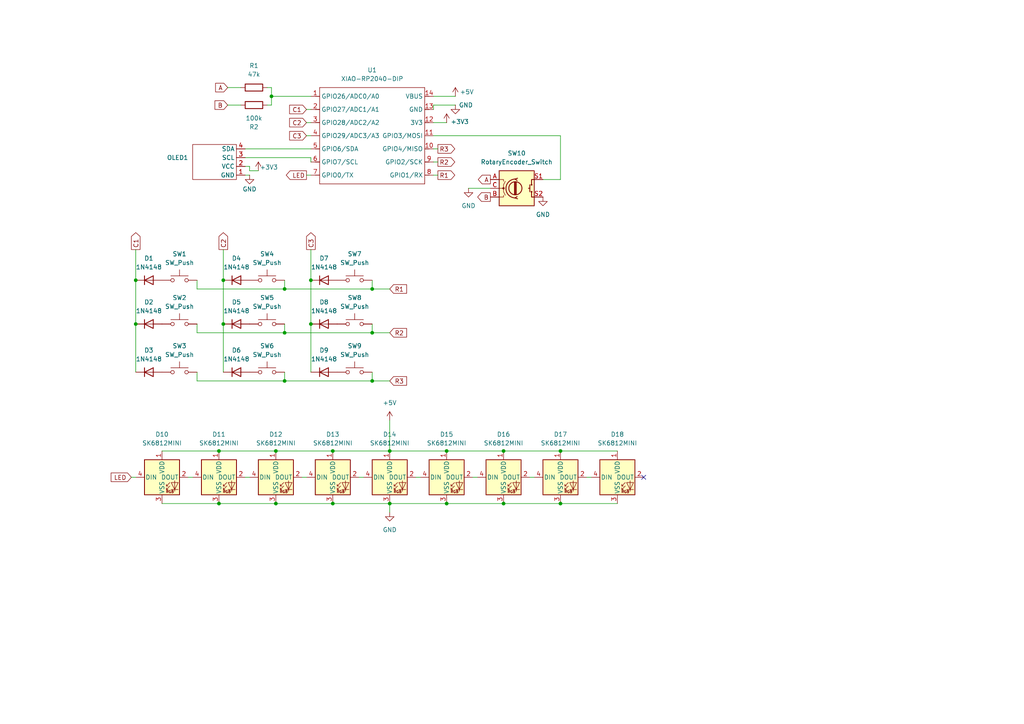
<source format=kicad_sch>
(kicad_sch (version 20250114) (generator "eeschema") (generator_version "9.0")
  (paper "A4")
  (lib_symbols
    (symbol "CustomLib:_1"
      (property "Reference" "OLED" (at 3.81 0 0))
      (symbol "_1_0_1"
        (rectangle (start -3.81 5.08) (end 8.89 -5.08))
      )
      (symbol "_1_1_1"
        (pin bidirectional line (at -6.35 3.81 0) (length 2.54) (name "SDA") (number "4"))
        (pin input line (at -6.35 1.27 0) (length 2.54) (name "SCL") (number "3"))
        (pin power_in line (at -6.35 -1.27 0) (length 2.54) (name "VCC") (number "2"))
        (pin power_in line (at -6.35 -3.81 0) (length 2.54) (name "GND") (number "1"))
      )
    )
    (symbol "Device:R" (pin_numbers (hide yes)) (pin_names (offset 0))
      (property "Reference" "R" (at 2.032 0 90))
      (property "Value" "R" (at 0 0 90))
      (symbol "R_0_1"
        (rectangle (start -1.016 -2.54) (end 1.016 2.54) (stroke (width 0.254)))
      )
      (symbol "R_1_1"
        (pin passive line (at 0 3.81 270) (length 1.27) (name "~") (number "1"))
        (pin passive line (at 0 -3.81 90) (length 1.27) (name "~") (number "2"))
      )
    )
    (symbol "Device:RotaryEncoder_Switch" (pin_names (offset 0.254) (hide yes))
      (property "Reference" "SW" (at 0 6.604 0))
      (property "Value" "RotaryEncoder_Switch" (at 0 -6.604 0))
      (symbol "RotaryEncoder_Switch_0_1"
        (rectangle (start -5.08 5.08) (end 5.08 -5.08) (stroke (width 0.254)) (fill (type background)))
        (polyline (pts (xy -5.08 2.54) (xy -3.81 2.54) (xy -3.81 2.032)))
        (polyline (pts (xy -5.08 0) (xy -3.81 0) (xy -3.81 -1.016) (xy -3.302 -2.032)))
        (polyline (pts (xy -5.08 -2.54) (xy -3.81 -2.54) (xy -3.81 -2.032)))
        (polyline (pts (xy -4.318 0) (xy -3.81 0) (xy -3.81 1.016) (xy -3.302 2.032)))
        (circle (center -3.81 0) (radius 0.254) (fill (type outline)))
        (polyline (pts (xy -0.635 -1.778) (xy -0.635 1.778)) (stroke (width 0.254)))
        (circle (center -0.381 0) (radius 1.905) (stroke (width 0.254)))
        (polyline (pts (xy -0.381 -1.778) (xy -0.381 1.778)) (stroke (width 0.254)))
        (arc (start -0.381 -2.794) (mid -3.0988 -0.0635) (end -0.381 2.667) (stroke (width 0.254)))
        (polyline (pts (xy -0.127 1.778) (xy -0.127 -1.778)) (stroke (width 0.254)))
        (polyline (pts (xy 0.254 2.921) (xy -0.508 2.667) (xy 0.127 2.286)) (stroke (width 0.254)))
        (polyline (pts (xy 0.254 -3.048) (xy -0.508 -2.794) (xy 0.127 -2.413)) (stroke (width 0.254)))
        (polyline (pts (xy 3.81 1.016) (xy 3.81 -1.016)) (stroke (width 0.254)))
        (polyline (pts (xy 3.81 0) (xy 3.429 0)) (stroke (width 0.254)))
        (circle (center 4.318 1.016) (radius 0.127) (stroke (width 0.254)))
        (circle (center 4.318 -1.016) (radius 0.127) (stroke (width 0.254)))
        (polyline (pts (xy 5.08 2.54) (xy 4.318 2.54) (xy 4.318 1.016)) (stroke (width 0.254)))
        (polyline (pts (xy 5.08 -2.54) (xy 4.318 -2.54) (xy 4.318 -1.016)) (stroke (width 0.254)))
      )
      (symbol "RotaryEncoder_Switch_1_1"
        (pin passive line (at -7.62 2.54 0) (length 2.54) (name "A") (number "A"))
        (pin passive line (at -7.62 0 0) (length 2.54) (name "C") (number "C"))
        (pin passive line (at -7.62 -2.54 0) (length 2.54) (name "B") (number "B"))
        (pin passive line (at 7.62 2.54 180) (length 2.54) (name "S1") (number "S1"))
        (pin passive line (at 7.62 -2.54 180) (length 2.54) (name "S2") (number "S2"))
      )
    )
    (symbol "Diode:1N4148" (pin_numbers (hide yes)) (pin_names (hide yes))
      (property "Reference" "D" (at 0 2.54 0))
      (property "Value" "1N4148" (at 0 -2.54 0))
      (symbol "1N4148_0_1"
        (polyline (pts (xy -1.27 1.27) (xy -1.27 -1.27)) (stroke (width 0.254)))
        (polyline (pts (xy 1.27 1.27) (xy 1.27 -1.27) (xy -1.27 0) (xy 1.27 1.27)) (stroke (width 0.254)))
        (polyline (pts (xy 1.27 0) (xy -1.27 0)))
      )
      (symbol "1N4148_1_1"
        (pin passive line (at -3.81 0 0) (length 2.54) (name "K") (number "1"))
        (pin passive line (at 3.81 0 180) (length 2.54) (name "A") (number "2"))
      )
    )
    (symbol "OPL:XIAO-RP2040-DIP"
      (property "Reference" "U" (at 0 0 0))
      (property "Value" "XIAO-RP2040-DIP" (at 5.334 -1.778 0))
      (symbol "XIAO-RP2040-DIP_1_0"
        (polyline (pts (xy -1.27 -2.54) (xy 29.21 -2.54)) (stroke (width 0.1524)))
        (polyline (pts (xy -1.27 -5.08) (xy -2.54 -5.08)) (stroke (width 0.1524)))
        (polyline (pts (xy -1.27 -5.08) (xy -1.27 -2.54)) (stroke (width 0.1524)))
        (polyline (pts (xy -1.27 -8.89) (xy -2.54 -8.89)) (stroke (width 0.1524)))
        (polyline (pts (xy -1.27 -8.89) (xy -1.27 -5.08)) (stroke (width 0.1524)))
        (polyline (pts (xy -1.27 -12.7) (xy -2.54 -12.7)) (stroke (width 0.1524)))
        (polyline (pts (xy -1.27 -12.7) (xy -1.27 -8.89)) (stroke (width 0.1524)))
        (polyline (pts (xy -1.27 -16.51) (xy -2.54 -16.51)) (stroke (width 0.1524)))
        (polyline (pts (xy -1.27 -16.51) (xy -1.27 -12.7)) (stroke (width 0.1524)))
        (polyline (pts (xy -1.27 -20.32) (xy -2.54 -20.32)) (stroke (width 0.1524)))
        (polyline (pts (xy -1.27 -24.13) (xy -2.54 -24.13)) (stroke (width 0.1524)))
        (polyline (pts (xy -1.27 -27.94) (xy -2.54 -27.94)) (stroke (width 0.1524)))
        (polyline (pts (xy -1.27 -30.48) (xy -1.27 -16.51)) (stroke (width 0.1524)))
        (polyline (pts (xy 29.21 -2.54) (xy 29.21 -5.08)) (stroke (width 0.1524)))
        (polyline (pts (xy 29.21 -5.08) (xy 29.21 -8.89)) (stroke (width 0.1524)))
        (polyline (pts (xy 29.21 -8.89) (xy 29.21 -12.7)) (stroke (width 0.1524)))
        (polyline (pts (xy 29.21 -12.7) (xy 29.21 -30.48)) (stroke (width 0.1524)))
        (polyline (pts (xy 29.21 -30.48) (xy -1.27 -30.48)) (stroke (width 0.1524)))
        (polyline (pts (xy 30.48 -5.08) (xy 29.21 -5.08)) (stroke (width 0.1524)))
        (polyline (pts (xy 30.48 -8.89) (xy 29.21 -8.89)) (stroke (width 0.1524)))
        (polyline (pts (xy 30.48 -12.7) (xy 29.21 -12.7)) (stroke (width 0.1524)))
        (polyline (pts (xy 30.48 -16.51) (xy 29.21 -16.51)) (stroke (width 0.1524)))
        (polyline (pts (xy 30.48 -20.32) (xy 29.21 -20.32)) (stroke (width 0.1524)))
        (polyline (pts (xy 30.48 -24.13) (xy 29.21 -24.13)) (stroke (width 0.1524)))
        (polyline (pts (xy 30.48 -27.94) (xy 29.21 -27.94)) (stroke (width 0.1524)))
        (pin passive line (at -3.81 -5.08 0) (length 2.54) (name "GPIO26/ADC0/A0") (number "1"))
        (pin passive line (at -3.81 -8.89 0) (length 2.54) (name "GPIO27/ADC1/A1") (number "2"))
        (pin passive line (at -3.81 -12.7 0) (length 2.54) (name "GPIO28/ADC2/A2") (number "3"))
        (pin passive line (at -3.81 -16.51 0) (length 2.54) (name "GPIO29/ADC3/A3") (number "4"))
        (pin passive line (at -3.81 -20.32 0) (length 2.54) (name "GPIO6/SDA") (number "5"))
        (pin passive line (at -3.81 -24.13 0) (length 2.54) (name "GPIO7/SCL") (number "6"))
        (pin passive line (at -3.81 -27.94 0) (length 2.54) (name "GPIO0/TX") (number "7"))
        (pin passive line (at 31.75 -5.08 180) (length 2.54) (name "VBUS") (number "14"))
        (pin passive line (at 31.75 -8.89 180) (length 2.54) (name "GND") (number "13"))
        (pin passive line (at 31.75 -12.7 180) (length 2.54) (name "3V3") (number "12"))
        (pin passive line (at 31.75 -16.51 180) (length 2.54) (name "GPIO3/MOSI") (number "11"))
        (pin passive line (at 31.75 -20.32 180) (length 2.54) (name "GPIO4/MISO") (number "10"))
        (pin passive line (at 31.75 -24.13 180) (length 2.54) (name "GPIO2/SCK") (number "9"))
        (pin passive line (at 31.75 -27.94 180) (length 2.54) (name "GPIO1/RX") (number "8"))
      )
    )
    (symbol "SK6812MINI_1" (pin_names (offset 0.254))
      (property "Reference" "D10" (at 0 12.446 0))
      (property "Value" "SK6812MINI" (at 0 9.906 0))
      (symbol "SK6812MINI_1_0_0"
        (text "RGB" (at 2.286 -4.191 0) (effects (font (size 0.762 0.762))))
      )
      (symbol "SK6812MINI_1_0_1"
        (polyline (pts (xy 1.27 -2.54) (xy 1.778 -2.54)))
        (polyline (pts (xy 1.27 -3.556) (xy 1.778 -3.556)))
        (polyline (pts (xy 2.286 -1.524) (xy 1.27 -2.54) (xy 1.27 -2.032)))
        (polyline (pts (xy 2.286 -2.54) (xy 1.27 -3.556) (xy 1.27 -3.048)))
        (polyline (pts (xy 3.683 -1.016) (xy 3.683 -3.556) (xy 3.683 -4.064)))
        (polyline (pts (xy 4.699 -1.524) (xy 2.667 -1.524) (xy 3.683 -3.556) (xy 4.699 -1.524)))
        (polyline (pts (xy 4.699 -3.556) (xy 2.667 -3.556)))
        (rectangle (start 5.08 5.08) (end -5.08 -5.08) (stroke (width 0.254)) (fill (type background)))
      )
      (symbol "SK6812MINI_1_1_1"
        (pin input line (at -7.62 0 0) (length 2.54) (name "DIN") (number "4"))
        (pin power_in line (at 0 7.62 270) (length 2.54) (name "VDD") (number "1"))
        (pin power_in line (at 0 -7.62 90) (length 2.54) (name "VSS") (number "3"))
        (pin output line (at 7.62 0 180) (length 2.54) (name "DOUT") (number "2"))
      )
    )
    (symbol "Switch:SW_Push" (pin_numbers (hide yes)) (pin_names (offset 1.016) (hide yes))
      (property "Reference" "SW" (at 1.27 2.54 0))
      (property "Value" "SW_Push" (at 0 -1.524 0))
      (symbol "SW_Push_0_1"
        (circle (center -2.032 0) (radius 0.508))
        (polyline (pts (xy 0 1.27) (xy 0 3.048)))
        (circle (center 2.032 0) (radius 0.508))
        (polyline (pts (xy 2.54 1.27) (xy -2.54 1.27)))
        (pin passive line (at -5.08 0 0) (length 2.54) (name "1") (number "1"))
        (pin passive line (at 5.08 0 180) (length 2.54) (name "2") (number "2"))
      )
    )
    (symbol "power:+3V3" (power) (pin_numbers (hide yes)) (pin_names (offset 0) (hide yes))
      (property "Value" "+3V3" (at 0 3.556 0))
      (symbol "+3V3_0_1"
        (polyline (pts (xy -0.762 1.27) (xy 0 2.54)))
        (polyline (pts (xy 0 2.54) (xy 0.762 1.27)))
        (polyline (pts (xy 0 0) (xy 0 2.54)))
      )
      (symbol "+3V3_1_1"
        (pin power_in line (at 0 0 90) (length 0) (name "~") (number "1"))
      )
    )
    (symbol "power:+5V" (power) (pin_numbers (hide yes)) (pin_names (offset 0) (hide yes))
      (property "Value" "+5V" (at 0 3.556 0))
      (symbol "+5V_0_1"
        (polyline (pts (xy -0.762 1.27) (xy 0 2.54)))
        (polyline (pts (xy 0 2.54) (xy 0.762 1.27)))
        (polyline (pts (xy 0 0) (xy 0 2.54)))
      )
      (symbol "+5V_1_1"
        (pin power_in line (at 0 0 90) (length 0) (name "~") (number "1"))
      )
    )
    (symbol "power:GND" (power) (pin_numbers (hide yes)) (pin_names (offset 0) (hide yes))
      (property "Value" "GND" (at 0 -3.81 0))
      (symbol "GND_0_1"
        (polyline (pts (xy 0 0) (xy 0 -1.27) (xy 1.27 -1.27) (xy 0 -2.54) (xy -1.27 -1.27) (xy 0 -1.27)))
      )
      (symbol "GND_1_1"
        (pin power_in line (at 0 0 270) (length 0) (name "~") (number "1"))
      )
    )
  )
  (junction (at 113.03 146.05))
  (junction (at 90.17 93.98))
  (junction (at 162.56 130.81))
  (junction (at 107.95 110.49))
  (junction (at 146.05 146.05))
  (junction (at 90.17 81.28))
  (junction (at 129.54 130.81))
  (junction (at 39.37 93.98))
  (junction (at 39.37 81.28))
  (junction (at 82.55 96.52))
  (junction (at 82.55 110.49))
  (junction (at 96.52 130.81))
  (junction (at 78.74 27.94))
  (junction (at 63.5 130.81))
  (junction (at 64.77 93.98))
  (junction (at 162.56 146.05))
  (junction (at 113.03 130.81))
  (junction (at 82.55 83.82))
  (junction (at 107.95 96.52))
  (junction (at 96.52 146.05))
  (junction (at 107.95 83.82))
  (junction (at 63.5 146.05))
  (junction (at 80.01 146.05))
  (junction (at 64.77 81.28))
  (junction (at 129.54 146.05))
  (junction (at 80.01 130.81))
  (junction (at 146.05 130.81))
  (no_connect (at 186.69 138.43))
  (wire (pts (xy 125.73 39.37) (xy 162.56 39.37)))
  (wire (pts (xy 71.12 138.43) (xy 72.39 138.43)))
  (wire (pts (xy 88.9 31.75) (xy 90.17 31.75)))
  (wire (pts (xy 113.03 146.05) (xy 113.03 148.59)))
  (wire (pts (xy 64.77 72.39) (xy 64.77 81.28)))
  (wire (pts (xy 46.99 146.05) (xy 63.5 146.05)))
  (wire (pts (xy 38.1 138.43) (xy 39.37 138.43)))
  (wire (pts (xy 104.14 138.43) (xy 105.41 138.43)))
  (wire (pts (xy 107.95 83.82) (xy 82.55 83.82)))
  (wire (pts (xy 39.37 81.28) (xy 39.37 93.98)))
  (wire (pts (xy 90.17 45.72) (xy 90.17 46.99)))
  (wire (pts (xy 162.56 146.05) (xy 179.07 146.05)))
  (wire (pts (xy 72.39 50.8) (xy 71.12 50.8)))
  (wire (pts (xy 72.39 49.53) (xy 74.93 49.53)))
  (wire (pts (xy 88.9 50.8) (xy 90.17 50.8)))
  (wire (pts (xy 107.95 110.49) (xy 107.95 107.95)))
  (wire (pts (xy 39.37 93.98) (xy 39.37 107.95)))
  (wire (pts (xy 87.63 138.43) (xy 88.9 138.43)))
  (wire (pts (xy 82.55 96.52) (xy 57.15 96.52)))
  (wire (pts (xy 54.61 138.43) (xy 55.88 138.43)))
  (wire (pts (xy 113.03 110.49) (xy 107.95 110.49)))
  (wire (pts (xy 46.99 130.81) (xy 63.5 130.81)))
  (wire (pts (xy 88.9 39.37) (xy 90.17 39.37)))
  (wire (pts (xy 63.5 146.05) (xy 80.01 146.05)))
  (wire (pts (xy 125.73 50.8) (xy 127 50.8)))
  (wire (pts (xy 107.95 83.82) (xy 107.95 81.28)))
  (wire (pts (xy 57.15 96.52) (xy 57.15 93.98)))
  (wire (pts (xy 64.77 93.98) (xy 64.77 107.95)))
  (wire (pts (xy 162.56 39.37) (xy 162.56 52.07)))
  (wire (pts (xy 113.03 146.05) (xy 129.54 146.05)))
  (wire (pts (xy 146.05 130.81) (xy 162.56 130.81)))
  (wire (pts (xy 82.55 107.95) (xy 82.55 110.49)))
  (wire (pts (xy 57.15 81.28) (xy 57.15 83.82)))
  (wire (pts (xy 170.18 138.43) (xy 171.45 138.43)))
  (wire (pts (xy 113.03 83.82) (xy 107.95 83.82)))
  (wire (pts (xy 80.01 146.05) (xy 96.52 146.05)))
  (wire (pts (xy 107.95 96.52) (xy 82.55 96.52)))
  (wire (pts (xy 82.55 93.98) (xy 82.55 96.52)))
  (wire (pts (xy 63.5 130.81) (xy 80.01 130.81)))
  (wire (pts (xy 125.73 46.99) (xy 127 46.99)))
  (wire (pts (xy 129.54 146.05) (xy 146.05 146.05)))
  (wire (pts (xy 71.12 45.72) (xy 90.17 45.72)))
  (wire (pts (xy 107.95 110.49) (xy 82.55 110.49)))
  (wire (pts (xy 78.74 27.94) (xy 90.17 27.94)))
  (wire (pts (xy 90.17 72.39) (xy 90.17 81.28)))
  (wire (pts (xy 125.73 30.48) (xy 125.73 31.75)))
  (wire (pts (xy 96.52 146.05) (xy 113.03 146.05)))
  (wire (pts (xy 113.03 121.92) (xy 113.03 130.81)))
  (wire (pts (xy 80.01 130.81) (xy 96.52 130.81)))
  (wire (pts (xy 72.39 48.26) (xy 71.12 48.26)))
  (wire (pts (xy 146.05 146.05) (xy 162.56 146.05)))
  (wire (pts (xy 157.48 52.07) (xy 162.56 52.07)))
  (wire (pts (xy 162.56 130.81) (xy 179.07 130.81)))
  (wire (pts (xy 57.15 83.82) (xy 82.55 83.82)))
  (wire (pts (xy 66.04 30.48) (xy 69.85 30.48)))
  (wire (pts (xy 137.16 138.43) (xy 138.43 138.43)))
  (wire (pts (xy 90.17 81.28) (xy 90.17 93.98)))
  (wire (pts (xy 135.89 54.61) (xy 142.24 54.61)))
  (wire (pts (xy 129.54 35.56) (xy 125.73 35.56)))
  (wire (pts (xy 132.08 27.94) (xy 125.73 27.94)))
  (wire (pts (xy 78.74 25.4) (xy 78.74 27.94)))
  (wire (pts (xy 88.9 35.56) (xy 90.17 35.56)))
  (wire (pts (xy 113.03 96.52) (xy 107.95 96.52)))
  (wire (pts (xy 57.15 110.49) (xy 57.15 107.95)))
  (wire (pts (xy 120.65 138.43) (xy 121.92 138.43)))
  (wire (pts (xy 107.95 96.52) (xy 107.95 93.98)))
  (wire (pts (xy 129.54 130.81) (xy 146.05 130.81)))
  (wire (pts (xy 64.77 81.28) (xy 64.77 93.98)))
  (wire (pts (xy 71.12 43.18) (xy 90.17 43.18)))
  (wire (pts (xy 96.52 130.81) (xy 113.03 130.81)))
  (wire (pts (xy 78.74 27.94) (xy 78.74 30.48)))
  (wire (pts (xy 78.74 25.4) (xy 77.47 25.4)))
  (wire (pts (xy 78.74 30.48) (xy 77.47 30.48)))
  (wire (pts (xy 132.08 30.48) (xy 125.73 30.48)))
  (wire (pts (xy 90.17 93.98) (xy 90.17 107.95)))
  (wire (pts (xy 125.73 43.18) (xy 127 43.18)))
  (wire (pts (xy 72.39 49.53) (xy 72.39 48.26)))
  (wire (pts (xy 113.03 130.81) (xy 129.54 130.81)))
  (wire (pts (xy 153.67 138.43) (xy 154.94 138.43)))
  (wire (pts (xy 66.04 25.4) (xy 69.85 25.4)))
  (wire (pts (xy 82.55 110.49) (xy 57.15 110.49)))
  (wire (pts (xy 39.37 72.39) (xy 39.37 81.28)))
  (wire (pts (xy 82.55 83.82) (xy 82.55 81.28)))
  (global_label "C2" (shape output) (at 64.77 72.39 90) (property "Intersheetrefs" "${INTERSHEET_REFS}" (effects (hide yes))))
  (global_label "A" (shape output) (at 142.24 52.07 180) (property "Intersheetrefs" "${INTERSHEET_REFS}" (effects (hide yes))))
  (global_label "LED" (shape input) (at 38.1 138.43 180) (property "Intersheetrefs" "${INTERSHEET_REFS}" (effects (hide yes))))
  (global_label "R1" (shape output) (at 127 50.8 0) (property "Intersheetrefs" "${INTERSHEET_REFS}" (effects (hide yes))))
  (global_label "C1" (shape input) (at 88.9 31.75 180) (property "Intersheetrefs" "${INTERSHEET_REFS}" (effects (hide yes))))
  (global_label "R3" (shape input) (at 113.03 110.49 0) (property "Intersheetrefs" "${INTERSHEET_REFS}" (effects (hide yes))))
  (global_label "R1" (shape input) (at 113.03 83.82 0) (property "Intersheetrefs" "${INTERSHEET_REFS}" (effects (hide yes))))
  (global_label "R2" (shape output) (at 127 46.99 0) (property "Intersheetrefs" "${INTERSHEET_REFS}" (effects (hide yes))))
  (global_label "R2" (shape input) (at 113.03 96.52 0) (property "Intersheetrefs" "${INTERSHEET_REFS}" (effects (hide yes))))
  (global_label "B" (shape output) (at 142.24 57.15 180) (property "Intersheetrefs" "${INTERSHEET_REFS}" (effects (hide yes))))
  (global_label "LED" (shape output) (at 88.9 50.8 180) (property "Intersheetrefs" "${INTERSHEET_REFS}" (effects (hide yes))))
  (global_label "C2" (shape input) (at 88.9 35.56 180) (property "Intersheetrefs" "${INTERSHEET_REFS}" (effects (hide yes))))
  (global_label "C3" (shape output) (at 90.17 72.39 90) (property "Intersheetrefs" "${INTERSHEET_REFS}" (effects (hide yes))))
  (global_label "C3" (shape input) (at 88.9 39.37 180) (property "Intersheetrefs" "${INTERSHEET_REFS}" (effects (hide yes))))
  (global_label "R3" (shape output) (at 127 43.18 0) (property "Intersheetrefs" "${INTERSHEET_REFS}" (effects (hide yes))))
  (global_label "A" (shape input) (at 66.04 25.4 180) (property "Intersheetrefs" "${INTERSHEET_REFS}" (effects (hide yes))))
  (global_label "C1" (shape output) (at 39.37 72.39 90) (property "Intersheetrefs" "${INTERSHEET_REFS}" (effects (hide yes))))
  (global_label "B" (shape input) (at 66.04 30.48 180) (property "Intersheetrefs" "${INTERSHEET_REFS}" (effects (hide yes))))
  (symbol (lib_id "Device:R") (at 73.66 25.4 90) (unit 1)
    (property "Reference" "R1" (at 73.66 19.05 90))
    (property "Value" "47k" (at 73.66 21.59 90))
    (property "Footprint" "Resistor_THT:R_Axial_DIN0207_L6.3mm_D2.5mm_P10.16mm_Horizontal" (effects (hide yes)))
    (property "Description" "Resistor" (effects (hide yes)))
  )
  (symbol (lib_name "SK6812MINI_1") (lib_id "LED:SK6812MINI") (at 113.03 138.43 0) (unit 1)
    (property "Reference" "D14" (at 113.03 125.984 0))
    (property "Value" "SK6812MINI" (at 113.03 128.524 0))
    (property "Footprint" "miniled:MX_SK6812MINI-E_REV" (effects (hide yes)))
    (property "Datasheet" "https://cdn-shop.adafruit.com/product-files/2686/SK6812MINI_REV.01-1-2.pdf" (effects (hide yes)))
    (property "Description" "RGB LED with integrated controller" (effects (hide yes)))
  )
  (symbol (lib_id "Diode:1N4148") (at 68.58 81.28 0) (unit 1)
    (property "Reference" "D4" (at 68.58 74.93 0))
    (property "Value" "1N4148" (at 68.58 77.47 0))
    (property "Footprint" "Diode_THT:D_DO-35_SOD27_P7.62mm_Horizontal" (effects (hide yes)))
    (property "Datasheet" "https://assets.nexperia.com/documents/data-sheet/1N4148_1N4448.pdf" (effects (hide yes)))
    (property "Description" "100V 0.15A standard switching diode, DO-35" (effects (hide yes)))
    (property "Sim.Device" "D" (effects (hide yes)))
    (property "Sim.Pins" "1=K 2=A" (effects (hide yes)))
  )
  (symbol (lib_name "SK6812MINI_1") (lib_id "LED:SK6812MINI") (at 129.54 138.43 0) (unit 1)
    (property "Reference" "D15" (at 129.54 125.984 0))
    (property "Value" "SK6812MINI" (at 129.54 128.524 0))
    (property "Footprint" "miniled:MX_SK6812MINI-E_REV" (effects (hide yes)))
    (property "Datasheet" "https://cdn-shop.adafruit.com/product-files/2686/SK6812MINI_REV.01-1-2.pdf" (effects (hide yes)))
    (property "Description" "RGB LED with integrated controller" (effects (hide yes)))
  )
  (symbol (lib_id "Switch:SW_Push") (at 102.87 107.95 0) (mirror y) (unit 1)
    (property "Reference" "SW9" (at 102.87 100.33 0))
    (property "Value" "SW_Push" (at 102.87 102.87 0))
    (property "Footprint" "mx:MX-Hotswap-1U" (effects (hide yes)))
    (property "Description" "Push button switch, generic, two pins" (effects (hide yes)))
  )
  (symbol (lib_id "Diode:1N4148") (at 93.98 107.95 0) (unit 1)
    (property "Reference" "D9" (at 93.98 101.6 0))
    (property "Value" "1N4148" (at 93.98 104.14 0))
    (property "Footprint" "Diode_THT:D_DO-35_SOD27_P7.62mm_Horizontal" (effects (hide yes)))
    (property "Datasheet" "https://assets.nexperia.com/documents/data-sheet/1N4148_1N4448.pdf" (effects (hide yes)))
    (property "Description" "100V 0.15A standard switching diode, DO-35" (effects (hide yes)))
    (property "Sim.Device" "D" (effects (hide yes)))
    (property "Sim.Pins" "1=K 2=A" (effects (hide yes)))
  )
  (symbol (lib_id "Diode:1N4148") (at 68.58 107.95 0) (unit 1)
    (property "Reference" "D6" (at 68.58 101.6 0))
    (property "Value" "1N4148" (at 68.58 104.14 0))
    (property "Footprint" "Diode_THT:D_DO-35_SOD27_P7.62mm_Horizontal" (effects (hide yes)))
    (property "Datasheet" "https://assets.nexperia.com/documents/data-sheet/1N4148_1N4448.pdf" (effects (hide yes)))
    (property "Description" "100V 0.15A standard switching diode, DO-35" (effects (hide yes)))
    (property "Sim.Device" "D" (effects (hide yes)))
    (property "Sim.Pins" "1=K 2=A" (effects (hide yes)))
  )
  (symbol (lib_id "power:+5V") (at 132.08 27.94 0) (unit 1)
    (property "Reference" "#PWR04" (effects (hide yes)))
    (property "Value" "+5V" (at 133.35 26.67 0) (effects (justify left)))
    (property "Description" "Power symbol creates a global label with name \"+5V\"" (effects (hide yes)))
  )
  (symbol (lib_id "power:GND") (at 132.08 30.48 0) (unit 1)
    (property "Reference" "#PWR03" (effects (hide yes)))
    (property "Value" "GND" (at 135.128 30.48 0))
    (property "Description" "Power symbol creates a global label with name \"GND\" , ground" (effects (hide yes)))
  )
  (symbol (lib_name "SK6812MINI_1") (lib_id "LED:SK6812MINI") (at 80.01 138.43 0) (unit 1)
    (property "Reference" "D12" (at 80.01 125.984 0))
    (property "Value" "SK6812MINI" (at 80.01 128.524 0))
    (property "Footprint" "miniled:MX_SK6812MINI-E_REV" (effects (hide yes)))
    (property "Datasheet" "https://cdn-shop.adafruit.com/product-files/2686/SK6812MINI_REV.01-1-2.pdf" (effects (hide yes)))
    (property "Description" "RGB LED with integrated controller" (effects (hide yes)))
  )
  (symbol (lib_id "Diode:1N4148") (at 68.58 93.98 0) (unit 1)
    (property "Reference" "D5" (at 68.58 87.63 0))
    (property "Value" "1N4148" (at 68.58 90.17 0))
    (property "Footprint" "Diode_THT:D_DO-35_SOD27_P7.62mm_Horizontal" (effects (hide yes)))
    (property "Datasheet" "https://assets.nexperia.com/documents/data-sheet/1N4148_1N4448.pdf" (effects (hide yes)))
    (property "Description" "100V 0.15A standard switching diode, DO-35" (effects (hide yes)))
    (property "Sim.Device" "D" (effects (hide yes)))
    (property "Sim.Pins" "1=K 2=A" (effects (hide yes)))
  )
  (symbol (lib_id "Switch:SW_Push") (at 102.87 93.98 0) (mirror y) (unit 1)
    (property "Reference" "SW8" (at 102.87 86.36 0))
    (property "Value" "SW_Push" (at 102.87 88.9 0))
    (property "Footprint" "mx:MX-Hotswap-1U" (effects (hide yes)))
    (property "Description" "Push button switch, generic, two pins" (effects (hide yes)))
  )
  (symbol (lib_id "Diode:1N4148") (at 93.98 81.28 0) (unit 1)
    (property "Reference" "D7" (at 93.98 74.93 0))
    (property "Value" "1N4148" (at 93.98 77.47 0))
    (property "Footprint" "Diode_THT:D_DO-35_SOD27_P7.62mm_Horizontal" (effects (hide yes)))
    (property "Datasheet" "https://assets.nexperia.com/documents/data-sheet/1N4148_1N4448.pdf" (effects (hide yes)))
    (property "Description" "100V 0.15A standard switching diode, DO-35" (effects (hide yes)))
    (property "Sim.Device" "D" (effects (hide yes)))
    (property "Sim.Pins" "1=K 2=A" (effects (hide yes)))
  )
  (symbol (lib_name "SK6812MINI_1") (lib_id "LED:SK6812MINI") (at 96.52 138.43 0) (unit 1)
    (property "Reference" "D13" (at 96.52 125.984 0))
    (property "Value" "SK6812MINI" (at 96.52 128.524 0))
    (property "Footprint" "miniled:MX_SK6812MINI-E_REV" (effects (hide yes)))
    (property "Datasheet" "https://cdn-shop.adafruit.com/product-files/2686/SK6812MINI_REV.01-1-2.pdf" (effects (hide yes)))
    (property "Description" "RGB LED with integrated controller" (effects (hide yes)))
  )
  (symbol (lib_id "CustomLib:_1") (at 64.77 46.99 0) (mirror y) (unit 1)
    (property "Reference" "OLED1" (at 54.61 45.7199 0) (effects (justify left)))
    (property "Footprint" "OLED:SSD1306-0.91-OLED-4pin-128x32" (effects (hide yes)))
  )
  (symbol (lib_id "OPL:XIAO-RP2040-DIP") (at 93.98 22.86 0) (unit 1)
    (property "Reference" "U1" (at 107.95 20.32 0))
    (property "Value" "XIAO-RP2040-DIP" (at 107.95 22.86 0))
    (property "Footprint" "OPL:XIAO-RP2040-DIP" (effects (hide yes)))
  )
  (symbol (lib_name "SK6812MINI_1") (lib_id "LED:SK6812MINI") (at 46.99 138.43 0) (unit 1)
    (property "Reference" "D10" (at 46.99 125.984 0))
    (property "Value" "SK6812MINI" (at 46.99 128.524 0))
    (property "Footprint" "miniled:MX_SK6812MINI-E_REV" (effects (hide yes)))
    (property "Datasheet" "https://cdn-shop.adafruit.com/product-files/2686/SK6812MINI_REV.01-1-2.pdf" (effects (hide yes)))
    (property "Description" "RGB LED with integrated controller" (effects (hide yes)))
  )
  (symbol (lib_id "Device:R") (at 73.66 30.48 270) (mirror x) (unit 1)
    (property "Reference" "R2" (at 73.66 36.83 90))
    (property "Value" "100k" (at 73.66 34.29 90))
    (property "Footprint" "Resistor_THT:R_Axial_DIN0207_L6.3mm_D2.5mm_P10.16mm_Horizontal" (effects (hide yes)))
    (property "Description" "Resistor" (effects (hide yes)))
  )
  (symbol (lib_id "Diode:1N4148") (at 43.18 81.28 0) (unit 1)
    (property "Reference" "D1" (at 43.18 74.93 0))
    (property "Value" "1N4148" (at 43.18 77.47 0))
    (property "Footprint" "Diode_THT:D_DO-35_SOD27_P7.62mm_Horizontal" (effects (hide yes)))
    (property "Datasheet" "https://assets.nexperia.com/documents/data-sheet/1N4148_1N4448.pdf" (effects (hide yes)))
    (property "Description" "100V 0.15A standard switching diode, DO-35" (effects (hide yes)))
    (property "Sim.Device" "D" (effects (hide yes)))
    (property "Sim.Pins" "1=K 2=A" (effects (hide yes)))
  )
  (symbol (lib_id "Switch:SW_Push") (at 77.47 93.98 0) (mirror y) (unit 1)
    (property "Reference" "SW5" (at 77.47 86.36 0))
    (property "Value" "SW_Push" (at 77.47 88.9 0))
    (property "Footprint" "mx:MX-Hotswap-1U" (effects (hide yes)))
    (property "Description" "Push button switch, generic, two pins" (effects (hide yes)))
  )
  (symbol (lib_name "SK6812MINI_1") (lib_id "LED:SK6812MINI") (at 179.07 138.43 0) (unit 1)
    (property "Reference" "D18" (at 179.07 125.984 0))
    (property "Value" "SK6812MINI" (at 179.07 128.524 0))
    (property "Footprint" "miniled:MX_SK6812MINI-E_REV" (effects (hide yes)))
    (property "Datasheet" "https://cdn-shop.adafruit.com/product-files/2686/SK6812MINI_REV.01-1-2.pdf" (effects (hide yes)))
    (property "Description" "RGB LED with integrated controller" (effects (hide yes)))
  )
  (symbol (lib_name "SK6812MINI_1") (lib_id "LED:SK6812MINI") (at 63.5 138.43 0) (unit 1)
    (property "Reference" "D11" (at 63.5 125.984 0))
    (property "Value" "SK6812MINI" (at 63.5 128.524 0))
    (property "Footprint" "miniled:MX_SK6812MINI-E_REV" (effects (hide yes)))
    (property "Datasheet" "https://cdn-shop.adafruit.com/product-files/2686/SK6812MINI_REV.01-1-2.pdf" (effects (hide yes)))
    (property "Description" "RGB LED with integrated controller" (effects (hide yes)))
  )
  (symbol (lib_name "SK6812MINI_1") (lib_id "LED:SK6812MINI") (at 162.56 138.43 0) (unit 1)
    (property "Reference" "D17" (at 162.56 125.984 0))
    (property "Value" "SK6812MINI" (at 162.56 128.524 0))
    (property "Footprint" "miniled:MX_SK6812MINI-E_REV" (effects (hide yes)))
    (property "Datasheet" "https://cdn-shop.adafruit.com/product-files/2686/SK6812MINI_REV.01-1-2.pdf" (effects (hide yes)))
    (property "Description" "RGB LED with integrated controller" (effects (hide yes)))
  )
  (symbol (lib_id "power:GND") (at 72.39 50.8 0) (mirror y) (unit 1)
    (property "Reference" "#PWR05" (effects (hide yes)))
    (property "Value" "GND" (at 74.422 54.864 0) (effects (justify left)))
    (property "Description" "Power symbol creates a global label with name \"GND\" , ground" (effects (hide yes)))
  )
  (symbol (lib_id "Switch:SW_Push") (at 52.07 93.98 0) (mirror y) (unit 1)
    (property "Reference" "SW2" (at 52.07 86.36 0))
    (property "Value" "SW_Push" (at 52.07 88.9 0))
    (property "Footprint" "mx:MX-Hotswap-1U" (effects (hide yes)))
    (property "Description" "Push button switch, generic, two pins" (effects (hide yes)))
  )
  (symbol (lib_id "power:+5V") (at 113.03 121.92 0) (unit 1)
    (property "Reference" "#PWR07" (effects (hide yes)))
    (property "Value" "+5V" (at 113.03 116.84 0))
    (property "Description" "Power symbol creates a global label with name \"+5V\"" (effects (hide yes)))
  )
  (symbol (lib_id "power:GND") (at 135.89 54.61 0) (unit 1)
    (property "Reference" "#PWR01" (effects (hide yes)))
    (property "Value" "GND" (at 135.89 59.69 0))
    (property "Description" "Power symbol creates a global label with name \"GND\" , ground" (effects (hide yes)))
  )
  (symbol (lib_id "Switch:SW_Push") (at 77.47 81.28 0) (mirror y) (unit 1)
    (property "Reference" "SW4" (at 77.47 73.66 0))
    (property "Value" "SW_Push" (at 77.47 76.2 0))
    (property "Footprint" "mx:MX-Hotswap-1U" (effects (hide yes)))
    (property "Description" "Push button switch, generic, two pins" (effects (hide yes)))
  )
  (symbol (lib_id "Switch:SW_Push") (at 52.07 81.28 0) (mirror y) (unit 1)
    (property "Reference" "SW1" (at 52.07 73.66 0))
    (property "Value" "SW_Push" (at 52.07 76.2 0))
    (property "Footprint" "mx:MX-Hotswap-1U" (effects (hide yes)))
    (property "Description" "Push button switch, generic, two pins" (effects (hide yes)))
  )
  (symbol (lib_id "power:GND") (at 113.03 148.59 0) (unit 1)
    (property "Reference" "#PWR08" (effects (hide yes)))
    (property "Value" "GND" (at 113.03 153.67 0))
    (property "Description" "Power symbol creates a global label with name \"GND\" , ground" (effects (hide yes)))
  )
  (symbol (lib_id "Diode:1N4148") (at 93.98 93.98 0) (unit 1)
    (property "Reference" "D8" (at 93.98 87.63 0))
    (property "Value" "1N4148" (at 93.98 90.17 0))
    (property "Footprint" "Diode_THT:D_DO-35_SOD27_P7.62mm_Horizontal" (effects (hide yes)))
    (property "Datasheet" "https://assets.nexperia.com/documents/data-sheet/1N4148_1N4448.pdf" (effects (hide yes)))
    (property "Description" "100V 0.15A standard switching diode, DO-35" (effects (hide yes)))
    (property "Sim.Device" "D" (effects (hide yes)))
    (property "Sim.Pins" "1=K 2=A" (effects (hide yes)))
  )
  (symbol (lib_id "Diode:1N4148") (at 43.18 93.98 0) (unit 1)
    (property "Reference" "D2" (at 43.18 87.63 0))
    (property "Value" "1N4148" (at 43.18 90.17 0))
    (property "Footprint" "Diode_THT:D_DO-35_SOD27_P7.62mm_Horizontal" (effects (hide yes)))
    (property "Datasheet" "https://assets.nexperia.com/documents/data-sheet/1N4148_1N4448.pdf" (effects (hide yes)))
    (property "Description" "100V 0.15A standard switching diode, DO-35" (effects (hide yes)))
    (property "Sim.Device" "D" (effects (hide yes)))
    (property "Sim.Pins" "1=K 2=A" (effects (hide yes)))
  )
  (symbol (lib_id "Diode:1N4148") (at 43.18 107.95 0) (unit 1)
    (property "Reference" "D3" (at 43.18 101.6 0))
    (property "Value" "1N4148" (at 43.18 104.14 0))
    (property "Footprint" "Diode_THT:D_DO-35_SOD27_P7.62mm_Horizontal" (effects (hide yes)))
    (property "Datasheet" "https://assets.nexperia.com/documents/data-sheet/1N4148_1N4448.pdf" (effects (hide yes)))
    (property "Description" "100V 0.15A standard switching diode, DO-35" (effects (hide yes)))
    (property "Sim.Device" "D" (effects (hide yes)))
    (property "Sim.Pins" "1=K 2=A" (effects (hide yes)))
  )
  (symbol (lib_id "Device:RotaryEncoder_Switch") (at 149.86 54.61 0) (unit 1)
    (property "Reference" "SW10" (at 149.86 44.45 0))
    (property "Value" "RotaryEncoder_Switch" (at 149.86 46.99 0))
    (property "Footprint" "Rotary_Encoder:RotaryEncoder_Alps_EC11E-Switch_Vertical_H20mm" (effects (hide yes)))
    (property "Description" "Rotary encoder, dual channel, incremental quadrate outputs, with switch" (effects (hide yes)))
  )
  (symbol (lib_id "Switch:SW_Push") (at 102.87 81.28 0) (mirror y) (unit 1)
    (property "Reference" "SW7" (at 102.87 73.66 0))
    (property "Value" "SW_Push" (at 102.87 76.2 0))
    (property "Footprint" "mx:MX-Hotswap-1U" (effects (hide yes)))
    (property "Description" "Push button switch, generic, two pins" (effects (hide yes)))
  )
  (symbol (lib_name "SK6812MINI_1") (lib_id "LED:SK6812MINI") (at 146.05 138.43 0) (unit 1)
    (property "Reference" "D16" (at 146.05 125.984 0))
    (property "Value" "SK6812MINI" (at 146.05 128.524 0))
    (property "Footprint" "miniled:MX_SK6812MINI-E_REV" (effects (hide yes)))
    (property "Datasheet" "https://cdn-shop.adafruit.com/product-files/2686/SK6812MINI_REV.01-1-2.pdf" (effects (hide yes)))
    (property "Description" "RGB LED with integrated controller" (effects (hide yes)))
  )
  (symbol (lib_id "power:+3V3") (at 74.93 49.53 0) (mirror y) (unit 1)
    (property "Reference" "#PWR06" (effects (hide yes)))
    (property "Value" "+3V3" (at 77.978 48.514 0))
    (property "Description" "Power symbol creates a global label with name \"+3V3\"" (effects (hide yes)))
  )
  (symbol (lib_id "Switch:SW_Push") (at 77.47 107.95 0) (mirror y) (unit 1)
    (property "Reference" "SW6" (at 77.47 100.33 0))
    (property "Value" "SW_Push" (at 77.47 102.87 0))
    (property "Footprint" "mx:MX-Hotswap-1U" (effects (hide yes)))
    (property "Description" "Push button switch, generic, two pins" (effects (hide yes)))
  )
  (symbol (lib_id "power:GND") (at 157.48 57.15 0) (unit 1)
    (property "Reference" "#PWR02" (effects (hide yes)))
    (property "Value" "GND" (at 157.48 62.23 0))
    (property "Description" "Power symbol creates a global label with name \"GND\" , ground" (effects (hide yes)))
  )
  (symbol (lib_id "Switch:SW_Push") (at 52.07 107.95 0) (mirror y) (unit 1)
    (property "Reference" "SW3" (at 52.07 100.33 0))
    (property "Value" "SW_Push" (at 52.07 102.87 0))
    (property "Footprint" "mx:MX-Hotswap-1U" (effects (hide yes)))
    (property "Description" "Push button switch, generic, two pins" (effects (hide yes)))
  )
  (symbol (lib_id "power:+3V3") (at 129.54 35.56 0) (unit 1)
    (property "Reference" "#PWR09" (effects (hide yes)))
    (property "Value" "+3V3" (at 133.35 35.306 0))
    (property "Description" "Power symbol creates a global label with name \"+3V3\"" (effects (hide yes)))
  )
)
</source>
